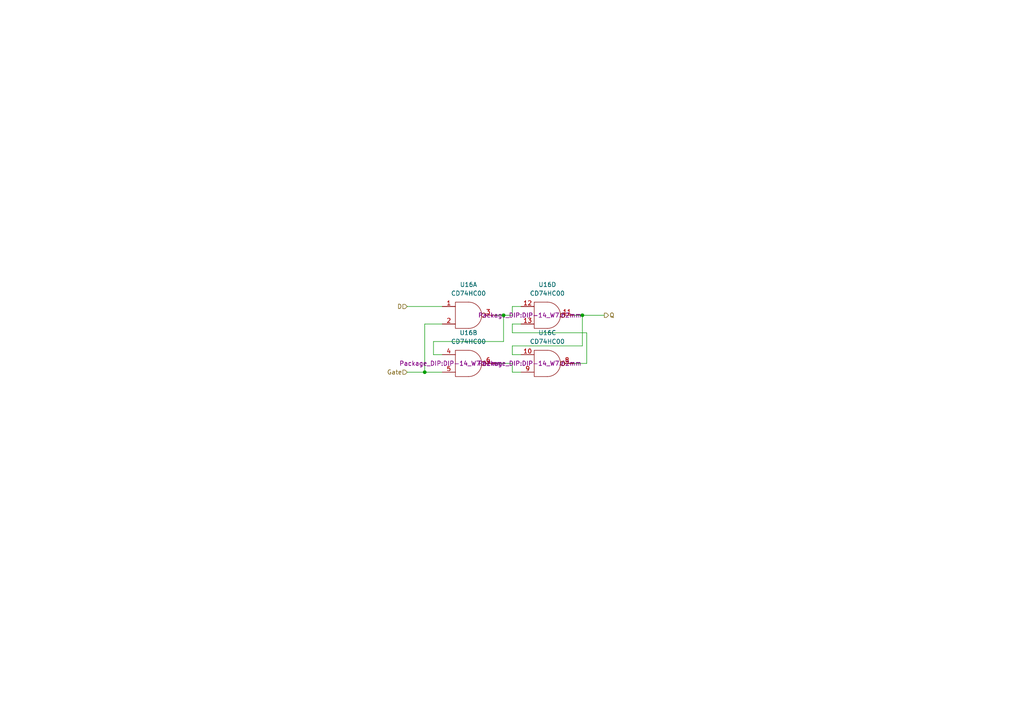
<source format=kicad_sch>
(kicad_sch (version 20211123) (generator eeschema)
  (paper "A4")
  (lib_symbols
    (symbol "CD74HCXX:CD74HC00" (pin_names (offset 0.762))
      (property "Reference" "U" (at -2.54 6.985 0))
      (property "Value" "CD74HC00" (at 1.27 5.08 0))
      (symbol "CD74HC00_0_0"
        (pin power_in line (at -2.54 2.54 0) (length 0) hide (name "VCC") (number "14"))
        (pin power_in line (at -2.54 -2.54 0) (length 0) hide (name "GND") (number "7"))
      )
      (symbol "CD74HC00_0_1"
        (arc (start 0 -3.81) (mid 3.81 0) (end 0 3.81))
        (polyline (pts (xy 0 3.81) (xy -3.81 3.81) (xy -3.81 -3.81) (xy 0 -3.81)))
      )
      (symbol "CD74HC00_0_2"
        (arc (start -4.445 -3.81) (mid -3.175 0) (end -4.445 3.81))
        (arc (start -3.175 -3.81) (mid 0.803 -2.7954) (end 3.81 0))
        (polyline (pts (xy -4.445 -3.81) (xy -3.175 -3.81)))
        (polyline (pts (xy -4.445 3.81) (xy -3.175 3.81)))
        (arc (start 3.81 0) (mid 0.8099 2.8117) (end -3.175 3.81))
      )
      (symbol "CD74HC00_1_1"
        (pin input line (at -7.62 2.54 0) (length 3.81) (name "~") (number "1"))
        (pin input line (at -7.62 -2.54 0) (length 3.81) (name "~") (number "2"))
        (pin output inverted (at 7.62 0 180) (length 3.81) (name "~") (number "3"))
      )
      (symbol "CD74HC00_1_2"
        (pin input inverted (at -7.62 2.54 0) (length 3.81) (name "~") (number "1"))
        (pin input inverted (at -7.62 -2.54 0) (length 3.81) (name "~") (number "2"))
        (pin output line (at 7.62 0 180) (length 3.81) (name "~") (number "3"))
      )
      (symbol "CD74HC00_2_1"
        (pin input line (at -7.62 2.54 0) (length 3.81) (name "~") (number "4"))
        (pin input line (at -7.62 -2.54 0) (length 3.81) (name "~") (number "5"))
        (pin output inverted (at 7.62 0 180) (length 3.81) (name "~") (number "6"))
      )
      (symbol "CD74HC00_2_2"
        (pin input inverted (at -7.62 2.54 0) (length 3.81) (name "~") (number "4"))
        (pin input inverted (at -7.62 -2.54 0) (length 3.81) (name "~") (number "5"))
        (pin output line (at 7.62 0 180) (length 3.81) (name "~") (number "6"))
      )
      (symbol "CD74HC00_3_1"
        (pin input line (at -7.62 -2.54 0) (length 3.81) (name "~") (number "10"))
        (pin output inverted (at 7.62 0 180) (length 3.81) (name "~") (number "8"))
        (pin input line (at -7.62 2.54 0) (length 3.81) (name "~") (number "9"))
      )
      (symbol "CD74HC00_3_2"
        (pin input inverted (at -7.62 -2.54 0) (length 3.81) (name "~") (number "10"))
        (pin output line (at 7.62 0 180) (length 3.81) (name "~") (number "8"))
        (pin input inverted (at -7.62 2.54 0) (length 3.81) (name "~") (number "9"))
      )
      (symbol "CD74HC00_4_1"
        (pin output inverted (at 7.62 0 180) (length 3.81) (name "~") (number "11"))
        (pin input line (at -7.62 2.54 0) (length 3.81) (name "~") (number "12"))
        (pin input line (at -7.62 -2.54 0) (length 3.81) (name "~") (number "13"))
      )
      (symbol "CD74HC00_4_2"
        (pin output line (at 7.62 0 180) (length 3.81) (name "~") (number "11"))
        (pin input inverted (at -7.62 2.54 0) (length 3.81) (name "~") (number "12"))
        (pin input inverted (at -7.62 -2.54 0) (length 3.81) (name "~") (number "13"))
      )
    )
  )
  (junction (at 146.05 91.44))
  (junction (at 168.91 91.44))
  (junction (at 123.19 107.95))
  (wire (pts (xy 123.19 93.98) (xy 123.19 107.95)))
  (wire (pts (xy 143.51 105.41) (xy 148.59 105.41)))
  (wire (pts (xy 148.59 96.52) (xy 170.18 96.52)))
  (wire (pts (xy 148.59 88.9) (xy 148.59 91.44)))
  (wire (pts (xy 125.73 99.06) (xy 146.05 99.06)))
  (wire (pts (xy 148.59 91.44) (xy 146.05 91.44)))
  (wire (pts (xy 170.18 105.41) (xy 166.37 105.41)))
  (wire (pts (xy 168.91 100.33) (xy 168.91 91.44)))
  (wire (pts (xy 168.91 91.44) (xy 175.26 91.44)))
  (wire (pts (xy 151.13 102.87) (xy 148.59 102.87)))
  (wire (pts (xy 125.73 102.87) (xy 125.73 99.06)))
  (wire (pts (xy 148.59 105.41) (xy 148.59 107.95)))
  (wire (pts (xy 148.59 93.98) (xy 148.59 96.52)))
  (wire (pts (xy 148.59 100.33) (xy 168.91 100.33)))
  (wire (pts (xy 146.05 91.44) (xy 146.05 99.06)))
  (wire (pts (xy 168.91 91.44) (xy 166.37 91.44)))
  (wire (pts (xy 118.11 88.9) (xy 128.27 88.9)))
  (wire (pts (xy 148.59 107.95) (xy 151.13 107.95)))
  (wire (pts (xy 151.13 88.9) (xy 148.59 88.9)))
  (wire (pts (xy 118.11 107.95) (xy 123.19 107.95)))
  (wire (pts (xy 128.27 102.87) (xy 125.73 102.87)))
  (wire (pts (xy 170.18 96.52) (xy 170.18 105.41)))
  (wire (pts (xy 148.59 102.87) (xy 148.59 100.33)))
  (wire (pts (xy 143.51 91.44) (xy 146.05 91.44)))
  (wire (pts (xy 151.13 93.98) (xy 148.59 93.98)))
  (wire (pts (xy 128.27 93.98) (xy 123.19 93.98)))
  (wire (pts (xy 123.19 107.95) (xy 128.27 107.95)))
  (hierarchical_label "Gate" (shape input) (at 118.11 107.95 180))
  (hierarchical_label "Q" (shape output) (at 175.26 91.44 0))
  (hierarchical_label "D" (shape input) (at 118.11 88.9 180))
  (symbol (lib_id "CD74HCXX:CD74HC00") (at 135.89 91.44 0) (unit 1)
    (property "Reference" "U16" (at 135.89 82.55 0))
    (property "Value" "CD74HC00" (at 135.89 85.09 0))
  )
  (symbol (lib_id "CD74HCXX:CD74HC00") (at 135.89 105.41 0) (unit 2)
    (property "Reference" "U16" (at 135.89 96.52 0))
    (property "Value" "CD74HC00" (at 135.89 99.06 0))
    (property "Footprint" "Package_DIP:DIP-14_W7.62mm" (at 130.81 105.41 0))
  )
  (symbol (lib_id "CD74HCXX:CD74HC00") (at 158.75 91.44 0) (unit 4)
    (property "Reference" "U16" (at 158.75 82.55 0))
    (property "Value" "CD74HC00" (at 158.75 85.09 0))
    (property "Footprint" "Package_DIP:DIP-14_W7.62mm" (at 153.67 91.44 0))
  )
  (symbol (lib_id "CD74HCXX:CD74HC00") (at 158.75 105.41 0) (mirror x) (unit 3)
    (property "Reference" "U16" (at 158.75 96.52 0))
    (property "Value" "CD74HC00" (at 158.75 99.06 0))
    (property "Footprint" "Package_DIP:DIP-14_W7.62mm" (at 153.67 105.41 0))
  )
)
</source>
